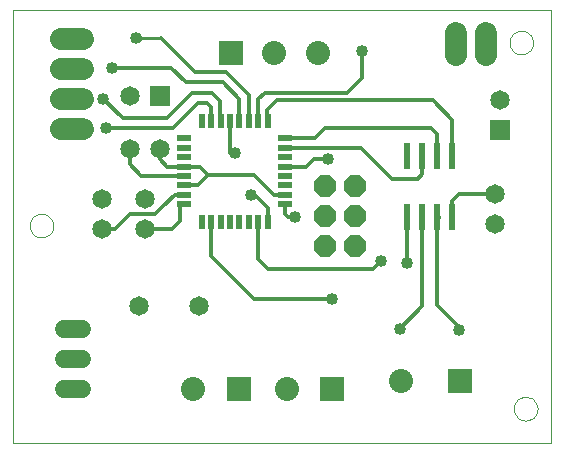
<source format=gtl>
G75*
G70*
%OFA0B0*%
%FSLAX24Y24*%
%IPPOS*%
%LPD*%
%AMOC8*
5,1,8,0,0,1.08239X$1,22.5*
%
%ADD10C,0.0000*%
%ADD11R,0.0500X0.0220*%
%ADD12R,0.0220X0.0500*%
%ADD13C,0.0650*%
%ADD14R,0.0650X0.0650*%
%ADD15R,0.0236X0.0866*%
%ADD16R,0.0800X0.0800*%
%ADD17C,0.0800*%
%ADD18OC8,0.0740*%
%ADD19C,0.0600*%
%ADD20C,0.0740*%
%ADD21C,0.0120*%
%ADD22C,0.0400*%
%ADD23C,0.0160*%
%ADD24C,0.0100*%
D10*
X000235Y000146D02*
X000235Y014580D01*
X018168Y014580D01*
X018168Y000146D01*
X000235Y000146D01*
X000776Y007396D02*
X000778Y007435D01*
X000784Y007474D01*
X000794Y007512D01*
X000807Y007549D01*
X000824Y007584D01*
X000844Y007618D01*
X000868Y007649D01*
X000895Y007678D01*
X000924Y007704D01*
X000956Y007727D01*
X000990Y007747D01*
X001026Y007763D01*
X001063Y007775D01*
X001102Y007784D01*
X001141Y007789D01*
X001180Y007790D01*
X001219Y007787D01*
X001258Y007780D01*
X001295Y007769D01*
X001332Y007755D01*
X001367Y007737D01*
X001400Y007716D01*
X001431Y007691D01*
X001459Y007664D01*
X001484Y007634D01*
X001506Y007601D01*
X001525Y007567D01*
X001540Y007531D01*
X001552Y007493D01*
X001560Y007455D01*
X001564Y007416D01*
X001564Y007376D01*
X001560Y007337D01*
X001552Y007299D01*
X001540Y007261D01*
X001525Y007225D01*
X001506Y007191D01*
X001484Y007158D01*
X001459Y007128D01*
X001431Y007101D01*
X001400Y007076D01*
X001367Y007055D01*
X001332Y007037D01*
X001295Y007023D01*
X001258Y007012D01*
X001219Y007005D01*
X001180Y007002D01*
X001141Y007003D01*
X001102Y007008D01*
X001063Y007017D01*
X001026Y007029D01*
X000990Y007045D01*
X000956Y007065D01*
X000924Y007088D01*
X000895Y007114D01*
X000868Y007143D01*
X000844Y007174D01*
X000824Y007208D01*
X000807Y007243D01*
X000794Y007280D01*
X000784Y007318D01*
X000778Y007357D01*
X000776Y007396D01*
X016770Y013498D02*
X016772Y013537D01*
X016778Y013576D01*
X016788Y013614D01*
X016801Y013651D01*
X016818Y013686D01*
X016838Y013720D01*
X016862Y013751D01*
X016889Y013780D01*
X016918Y013806D01*
X016950Y013829D01*
X016984Y013849D01*
X017020Y013865D01*
X017057Y013877D01*
X017096Y013886D01*
X017135Y013891D01*
X017174Y013892D01*
X017213Y013889D01*
X017252Y013882D01*
X017289Y013871D01*
X017326Y013857D01*
X017361Y013839D01*
X017394Y013818D01*
X017425Y013793D01*
X017453Y013766D01*
X017478Y013736D01*
X017500Y013703D01*
X017519Y013669D01*
X017534Y013633D01*
X017546Y013595D01*
X017554Y013557D01*
X017558Y013518D01*
X017558Y013478D01*
X017554Y013439D01*
X017546Y013401D01*
X017534Y013363D01*
X017519Y013327D01*
X017500Y013293D01*
X017478Y013260D01*
X017453Y013230D01*
X017425Y013203D01*
X017394Y013178D01*
X017361Y013157D01*
X017326Y013139D01*
X017289Y013125D01*
X017252Y013114D01*
X017213Y013107D01*
X017174Y013104D01*
X017135Y013105D01*
X017096Y013110D01*
X017057Y013119D01*
X017020Y013131D01*
X016984Y013147D01*
X016950Y013167D01*
X016918Y013190D01*
X016889Y013216D01*
X016862Y013245D01*
X016838Y013276D01*
X016818Y013310D01*
X016801Y013345D01*
X016788Y013382D01*
X016778Y013420D01*
X016772Y013459D01*
X016770Y013498D01*
X016917Y001294D02*
X016919Y001333D01*
X016925Y001372D01*
X016935Y001410D01*
X016948Y001447D01*
X016965Y001482D01*
X016985Y001516D01*
X017009Y001547D01*
X017036Y001576D01*
X017065Y001602D01*
X017097Y001625D01*
X017131Y001645D01*
X017167Y001661D01*
X017204Y001673D01*
X017243Y001682D01*
X017282Y001687D01*
X017321Y001688D01*
X017360Y001685D01*
X017399Y001678D01*
X017436Y001667D01*
X017473Y001653D01*
X017508Y001635D01*
X017541Y001614D01*
X017572Y001589D01*
X017600Y001562D01*
X017625Y001532D01*
X017647Y001499D01*
X017666Y001465D01*
X017681Y001429D01*
X017693Y001391D01*
X017701Y001353D01*
X017705Y001314D01*
X017705Y001274D01*
X017701Y001235D01*
X017693Y001197D01*
X017681Y001159D01*
X017666Y001123D01*
X017647Y001089D01*
X017625Y001056D01*
X017600Y001026D01*
X017572Y000999D01*
X017541Y000974D01*
X017508Y000953D01*
X017473Y000935D01*
X017436Y000921D01*
X017399Y000910D01*
X017360Y000903D01*
X017321Y000900D01*
X017282Y000901D01*
X017243Y000906D01*
X017204Y000915D01*
X017167Y000927D01*
X017131Y000943D01*
X017097Y000963D01*
X017065Y000986D01*
X017036Y001012D01*
X017009Y001041D01*
X016985Y001072D01*
X016965Y001106D01*
X016948Y001141D01*
X016935Y001178D01*
X016925Y001216D01*
X016919Y001255D01*
X016917Y001294D01*
D11*
X009300Y008107D03*
X009300Y008422D03*
X009300Y008736D03*
X009300Y009051D03*
X009300Y009366D03*
X009300Y009681D03*
X009300Y009996D03*
X009300Y010311D03*
X005920Y010311D03*
X005920Y009996D03*
X005920Y009681D03*
X005920Y009366D03*
X005920Y009051D03*
X005920Y008736D03*
X005920Y008422D03*
X005920Y008107D03*
D12*
X006508Y007519D03*
X006823Y007519D03*
X007138Y007519D03*
X007453Y007519D03*
X007768Y007519D03*
X008083Y007519D03*
X008398Y007519D03*
X008713Y007519D03*
X008713Y010899D03*
X008398Y010899D03*
X008083Y010899D03*
X007768Y010899D03*
X007453Y010899D03*
X007138Y010899D03*
X006823Y010899D03*
X006508Y010899D03*
D13*
X005110Y009959D03*
X004110Y009959D03*
X004610Y008271D03*
X004610Y007271D03*
X003173Y007271D03*
X003173Y008271D03*
X004110Y011709D03*
X004423Y004709D03*
X006423Y004709D03*
X016281Y007459D03*
X016281Y008459D03*
X016443Y011598D03*
D14*
X016443Y010598D03*
X005110Y011709D03*
D15*
X013360Y009733D03*
X013860Y009733D03*
X014360Y009733D03*
X014860Y009733D03*
X014860Y007685D03*
X014360Y007685D03*
X013860Y007685D03*
X013360Y007685D03*
D16*
X007478Y013146D03*
X015110Y002209D03*
X010868Y001959D03*
X007743Y001959D03*
D17*
X009350Y001959D03*
X006225Y001959D03*
X013142Y002209D03*
X010374Y013146D03*
X008926Y013146D03*
D18*
X010610Y008709D03*
X010610Y007709D03*
X011610Y007709D03*
X011610Y008709D03*
X011610Y006709D03*
X010610Y006709D03*
D19*
X002535Y003959D02*
X001935Y003959D01*
X001935Y002959D02*
X002535Y002959D01*
X002535Y001959D02*
X001935Y001959D01*
D20*
X001816Y010633D02*
X002556Y010633D01*
X002556Y011633D02*
X001816Y011633D01*
X001816Y012633D02*
X002556Y012633D01*
X002556Y013633D02*
X001816Y013633D01*
X014983Y013819D02*
X014983Y013079D01*
X015983Y013079D02*
X015983Y013819D01*
D21*
X014211Y011579D02*
X014860Y010929D01*
X014860Y009733D01*
X014360Y009733D02*
X014359Y009735D01*
X014359Y010447D01*
X014162Y010644D01*
X010618Y010644D01*
X010286Y010311D01*
X009300Y010311D01*
X009300Y009996D02*
X011823Y009996D01*
X012860Y008959D01*
X013704Y008959D01*
X013860Y009115D01*
X013860Y009733D01*
X015086Y008459D02*
X016281Y008459D01*
X015086Y008459D02*
X014860Y008234D01*
X014860Y007685D01*
X014360Y007685D02*
X014360Y004740D01*
X015095Y004006D01*
X015095Y003928D01*
X013860Y004709D02*
X013110Y003959D01*
X013860Y004709D02*
X013860Y007685D01*
X013360Y007685D02*
X013360Y006146D01*
X012485Y006209D02*
X012235Y005959D01*
X008735Y005959D01*
X008398Y006297D01*
X008398Y007519D01*
X008713Y007519D02*
X008713Y007980D01*
X008287Y008406D01*
X008160Y008406D01*
X008261Y009084D02*
X008923Y008422D01*
X009300Y008422D01*
X009300Y008107D02*
X009300Y007769D01*
X009392Y007678D01*
X009626Y007678D01*
X008261Y009084D02*
X006735Y009084D01*
X006388Y008736D01*
X005920Y008736D01*
X005920Y008422D02*
X005607Y008422D01*
X005235Y008050D01*
X004957Y007771D01*
X004110Y007771D01*
X003610Y007271D01*
X003173Y007271D01*
X004610Y007271D02*
X005507Y007271D01*
X005798Y007562D01*
X005798Y008107D01*
X006823Y007519D02*
X006823Y006390D01*
X008254Y004959D01*
X010860Y004959D01*
X006735Y009084D02*
X006453Y009366D01*
X005920Y009366D01*
X005355Y009366D01*
X005110Y009610D01*
X005110Y009959D01*
X005549Y010644D02*
X003335Y010644D01*
X003883Y010982D02*
X003236Y011628D01*
X003883Y010982D02*
X005346Y010982D01*
X006189Y011825D01*
X006846Y011825D01*
X007124Y011547D01*
X007124Y010913D01*
X006823Y010899D02*
X006823Y011345D01*
X006688Y011481D01*
X006386Y011481D01*
X005549Y010644D01*
X004110Y009959D02*
X004110Y009439D01*
X004498Y009051D01*
X005920Y009051D01*
X007453Y009815D02*
X007453Y010899D01*
X007768Y010899D02*
X007768Y011624D01*
X007223Y012170D01*
X005992Y012170D01*
X005500Y012662D01*
X003532Y012662D01*
X005156Y013646D02*
X006288Y012514D01*
X007321Y012514D01*
X008083Y011752D01*
X008083Y010899D01*
X008398Y010899D02*
X008398Y011621D01*
X008610Y011834D01*
X011360Y011834D01*
X011860Y012334D01*
X011860Y013209D01*
X014211Y011579D02*
X009014Y011579D01*
X008699Y011264D01*
X008699Y010913D01*
X008713Y010899D01*
X007610Y009815D02*
X007453Y009815D01*
X009300Y009366D02*
X009987Y009366D01*
X010251Y009631D01*
X010720Y009631D01*
D22*
X010720Y009631D03*
X009626Y007678D03*
X008160Y008406D03*
X007610Y009815D03*
X003532Y012662D03*
X003236Y011628D03*
X003335Y010644D03*
X004319Y013646D03*
X011860Y013209D03*
X012485Y006209D03*
X013360Y006146D03*
X010860Y004959D03*
X013110Y003959D03*
X015095Y003928D03*
D23*
X014392Y007685D02*
X014360Y007685D01*
X007138Y010899D02*
X007124Y010913D01*
X005920Y008107D02*
X005798Y008107D01*
X006798Y007519D02*
X006823Y007519D01*
X004467Y013646D02*
X004319Y013646D01*
D24*
X005156Y013646D01*
M02*

</source>
